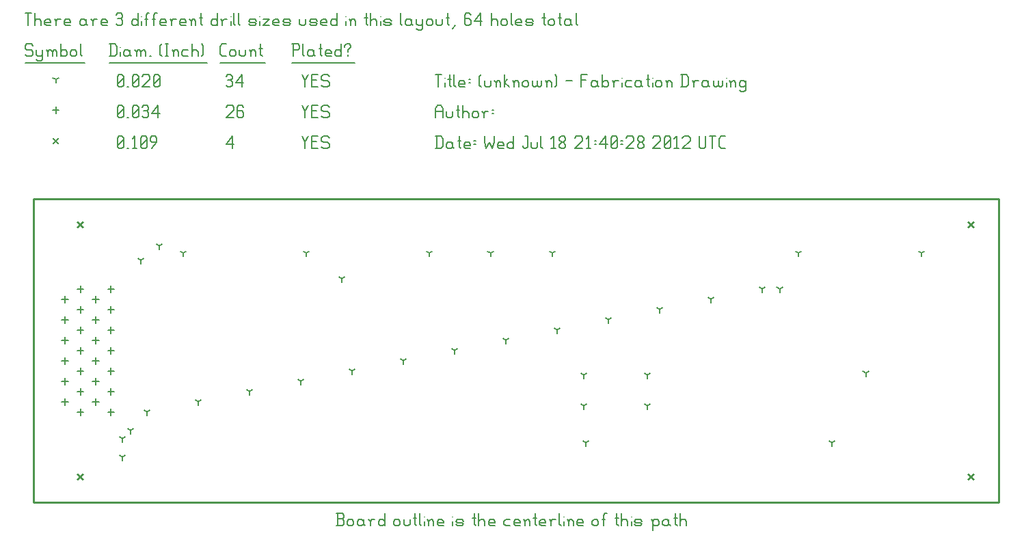
<source format=gbr>
G04 start of page 10 for group -3984 idx -3984 *
G04 Title: (unknown), fab *
G04 Creator: pcb 20110918 *
G04 CreationDate: Wed Jul 18 21:40:28 2012 UTC *
G04 For: fosse *
G04 Format: Gerber/RS-274X *
G04 PCB-Dimensions: 476000 152000 *
G04 PCB-Coordinate-Origin: lower left *
%MOIN*%
%FSLAX25Y25*%
%LNFAB*%
%ADD78C,0.0100*%
%ADD77C,0.0075*%
%ADD76C,0.0060*%
%ADD75C,0.0001*%
G54D75*G36*
X25800Y139262D02*X28766Y136296D01*
X28200Y135730D01*
X25234Y138696D01*
X25800Y139262D01*
G37*
G36*
X25234Y136296D02*X28200Y139262D01*
X28766Y138696D01*
X25800Y135730D01*
X25234Y136296D01*
G37*
G36*
X25800Y16270D02*X28766Y13304D01*
X28200Y12738D01*
X25234Y15704D01*
X25800Y16270D01*
G37*
G36*
X25234Y13304D02*X28200Y16270D01*
X28766Y15704D01*
X25800Y12738D01*
X25234Y13304D01*
G37*
G36*
X460183Y139262D02*X463149Y136296D01*
X462583Y135730D01*
X459617Y138696D01*
X460183Y139262D01*
G37*
G36*
X459617Y136296D02*X462583Y139262D01*
X463149Y138696D01*
X460183Y135730D01*
X459617Y136296D01*
G37*
G36*
X460183Y16270D02*X463149Y13304D01*
X462583Y12738D01*
X459617Y15704D01*
X460183Y16270D01*
G37*
G36*
X459617Y13304D02*X462583Y16270D01*
X463149Y15704D01*
X460183Y12738D01*
X459617Y13304D01*
G37*
G36*
X13800Y180016D02*X16766Y177050D01*
X16200Y176484D01*
X13234Y179450D01*
X13800Y180016D01*
G37*
G36*
X13234Y177050D02*X16200Y180016D01*
X16766Y179450D01*
X13800Y176484D01*
X13234Y177050D01*
G37*
G54D76*X135000Y180500D02*X136500Y177500D01*
X138000Y180500D01*
X136500Y177500D02*Y174500D01*
X139800Y177800D02*X142050D01*
X139800Y174500D02*X142800D01*
X139800Y180500D02*Y174500D01*
Y180500D02*X142800D01*
X147600D02*X148350Y179750D01*
X145350Y180500D02*X147600D01*
X144600Y179750D02*X145350Y180500D01*
X144600Y179750D02*Y178250D01*
X145350Y177500D01*
X147600D01*
X148350Y176750D01*
Y175250D01*
X147600Y174500D02*X148350Y175250D01*
X145350Y174500D02*X147600D01*
X144600Y175250D02*X145350Y174500D01*
X98000Y176750D02*X101000Y180500D01*
X98000Y176750D02*X101750D01*
X101000Y180500D02*Y174500D01*
X45000Y175250D02*X45750Y174500D01*
X45000Y179750D02*Y175250D01*
Y179750D02*X45750Y180500D01*
X47250D01*
X48000Y179750D01*
Y175250D01*
X47250Y174500D02*X48000Y175250D01*
X45750Y174500D02*X47250D01*
X45000Y176000D02*X48000Y179000D01*
X49800Y174500D02*X50550D01*
X52350Y179300D02*X53550Y180500D01*
Y174500D01*
X52350D02*X54600D01*
X56400Y175250D02*X57150Y174500D01*
X56400Y179750D02*Y175250D01*
Y179750D02*X57150Y180500D01*
X58650D01*
X59400Y179750D01*
Y175250D01*
X58650Y174500D02*X59400Y175250D01*
X57150Y174500D02*X58650D01*
X56400Y176000D02*X59400Y179000D01*
X61950Y174500D02*X64200Y177500D01*
Y179750D02*Y177500D01*
X63450Y180500D02*X64200Y179750D01*
X61950Y180500D02*X63450D01*
X61200Y179750D02*X61950Y180500D01*
X61200Y179750D02*Y178250D01*
X61950Y177500D01*
X64200D01*
X27000Y47600D02*Y44400D01*
X25400Y46000D02*X28600D01*
X41961Y47600D02*Y44400D01*
X40361Y46000D02*X43561D01*
X34480Y52600D02*Y49400D01*
X32880Y51000D02*X36080D01*
X19520Y52600D02*Y49400D01*
X17920Y51000D02*X21120D01*
X27000Y57600D02*Y54400D01*
X25400Y56000D02*X28600D01*
X41961Y57600D02*Y54400D01*
X40361Y56000D02*X43561D01*
X34480Y62600D02*Y59400D01*
X32880Y61000D02*X36080D01*
X19520Y62600D02*Y59400D01*
X17920Y61000D02*X21120D01*
X27000Y67600D02*Y64400D01*
X25400Y66000D02*X28600D01*
X41961Y67600D02*Y64400D01*
X40361Y66000D02*X43561D01*
X34480Y72600D02*Y69400D01*
X32880Y71000D02*X36080D01*
X19520Y72600D02*Y69400D01*
X17920Y71000D02*X21120D01*
X27000Y77600D02*Y74400D01*
X25400Y76000D02*X28600D01*
X41961Y77600D02*Y74400D01*
X40361Y76000D02*X43561D01*
X34480Y82600D02*Y79400D01*
X32880Y81000D02*X36080D01*
X19520Y82600D02*Y79400D01*
X17920Y81000D02*X21120D01*
X27000Y87600D02*Y84400D01*
X25400Y86000D02*X28600D01*
X41961Y87600D02*Y84400D01*
X40361Y86000D02*X43561D01*
X34480Y92600D02*Y89400D01*
X32880Y91000D02*X36080D01*
X19520Y92600D02*Y89400D01*
X17920Y91000D02*X21120D01*
X27000Y97600D02*Y94400D01*
X25400Y96000D02*X28600D01*
X41961Y97600D02*Y94400D01*
X40361Y96000D02*X43561D01*
X34480Y102600D02*Y99400D01*
X32880Y101000D02*X36080D01*
X19520Y102600D02*Y99400D01*
X17920Y101000D02*X21120D01*
X27000Y107600D02*Y104400D01*
X25400Y106000D02*X28600D01*
X41961Y107600D02*Y104400D01*
X40361Y106000D02*X43561D01*
X15000Y194850D02*Y191650D01*
X13400Y193250D02*X16600D01*
X135000Y195500D02*X136500Y192500D01*
X138000Y195500D01*
X136500Y192500D02*Y189500D01*
X139800Y192800D02*X142050D01*
X139800Y189500D02*X142800D01*
X139800Y195500D02*Y189500D01*
Y195500D02*X142800D01*
X147600D02*X148350Y194750D01*
X145350Y195500D02*X147600D01*
X144600Y194750D02*X145350Y195500D01*
X144600Y194750D02*Y193250D01*
X145350Y192500D01*
X147600D01*
X148350Y191750D01*
Y190250D01*
X147600Y189500D02*X148350Y190250D01*
X145350Y189500D02*X147600D01*
X144600Y190250D02*X145350Y189500D01*
X98000Y194750D02*X98750Y195500D01*
X101000D01*
X101750Y194750D01*
Y193250D01*
X98000Y189500D02*X101750Y193250D01*
X98000Y189500D02*X101750D01*
X105800Y195500D02*X106550Y194750D01*
X104300Y195500D02*X105800D01*
X103550Y194750D02*X104300Y195500D01*
X103550Y194750D02*Y190250D01*
X104300Y189500D01*
X105800Y192800D02*X106550Y192050D01*
X103550Y192800D02*X105800D01*
X104300Y189500D02*X105800D01*
X106550Y190250D01*
Y192050D02*Y190250D01*
X45000D02*X45750Y189500D01*
X45000Y194750D02*Y190250D01*
Y194750D02*X45750Y195500D01*
X47250D01*
X48000Y194750D01*
Y190250D01*
X47250Y189500D02*X48000Y190250D01*
X45750Y189500D02*X47250D01*
X45000Y191000D02*X48000Y194000D01*
X49800Y189500D02*X50550D01*
X52350Y190250D02*X53100Y189500D01*
X52350Y194750D02*Y190250D01*
Y194750D02*X53100Y195500D01*
X54600D01*
X55350Y194750D01*
Y190250D01*
X54600Y189500D02*X55350Y190250D01*
X53100Y189500D02*X54600D01*
X52350Y191000D02*X55350Y194000D01*
X57150Y194750D02*X57900Y195500D01*
X59400D01*
X60150Y194750D01*
X59400Y189500D02*X60150Y190250D01*
X57900Y189500D02*X59400D01*
X57150Y190250D02*X57900Y189500D01*
Y192800D02*X59400D01*
X60150Y194750D02*Y193550D01*
Y192050D02*Y190250D01*
Y192050D02*X59400Y192800D01*
X60150Y193550D02*X59400Y192800D01*
X61950Y191750D02*X64950Y195500D01*
X61950Y191750D02*X65700D01*
X64950Y195500D02*Y189500D01*
X65500Y127000D02*Y125400D01*
Y127000D02*X66887Y127800D01*
X65500Y127000D02*X64113Y127800D01*
X56500Y120000D02*Y118400D01*
Y120000D02*X57887Y120800D01*
X56500Y120000D02*X55113Y120800D01*
X77040Y123538D02*Y121938D01*
Y123538D02*X78427Y124338D01*
X77040Y123538D02*X75653Y124338D01*
X137040Y123538D02*Y121938D01*
Y123538D02*X138427Y124338D01*
X137040Y123538D02*X135653Y124338D01*
X197040Y123538D02*Y121938D01*
Y123538D02*X198427Y124338D01*
X197040Y123538D02*X195653Y124338D01*
X257040Y123538D02*Y121938D01*
Y123538D02*X258427Y124338D01*
X257040Y123538D02*X255653Y124338D01*
X227020Y123519D02*Y121919D01*
Y123519D02*X228407Y124319D01*
X227020Y123519D02*X225633Y124319D01*
X154501Y111000D02*Y109400D01*
Y111000D02*X155888Y111800D01*
X154501Y111000D02*X153114Y111800D01*
X359501Y106000D02*Y104400D01*
Y106000D02*X360888Y106800D01*
X359501Y106000D02*X358114Y106800D01*
X334500Y101000D02*Y99400D01*
Y101000D02*X335887Y101800D01*
X334500Y101000D02*X333113Y101800D01*
X309500Y96000D02*Y94400D01*
Y96000D02*X310887Y96800D01*
X309500Y96000D02*X308113Y96800D01*
X284500Y91000D02*Y89400D01*
Y91000D02*X285887Y91800D01*
X284500Y91000D02*X283113Y91800D01*
X259500Y86000D02*Y84400D01*
Y86000D02*X260887Y86800D01*
X259500Y86000D02*X258113Y86800D01*
X234500Y81000D02*Y79400D01*
Y81000D02*X235887Y81800D01*
X234500Y81000D02*X233113Y81800D01*
X209500Y76000D02*Y74400D01*
Y76000D02*X210887Y76800D01*
X209500Y76000D02*X208113Y76800D01*
X184500Y71000D02*Y69400D01*
Y71000D02*X185887Y71800D01*
X184500Y71000D02*X183113Y71800D01*
X159540Y66000D02*Y64400D01*
Y66000D02*X160927Y66800D01*
X159540Y66000D02*X158153Y66800D01*
X134500Y61000D02*Y59400D01*
Y61000D02*X135887Y61800D01*
X134500Y61000D02*X133113Y61800D01*
X109500Y56000D02*Y54400D01*
Y56000D02*X110887Y56800D01*
X109500Y56000D02*X108113Y56800D01*
X59499Y46000D02*Y44400D01*
Y46000D02*X60886Y46800D01*
X59499Y46000D02*X58112Y46800D01*
X84500Y51000D02*Y49400D01*
Y51000D02*X85887Y51800D01*
X84500Y51000D02*X83113Y51800D01*
X47501Y33000D02*Y31400D01*
Y33000D02*X48888Y33800D01*
X47501Y33000D02*X46114Y33800D01*
X51501Y37000D02*Y35400D01*
Y37000D02*X52888Y37800D01*
X51501Y37000D02*X50114Y37800D01*
X47501Y24000D02*Y22400D01*
Y24000D02*X48888Y24800D01*
X47501Y24000D02*X46114Y24800D01*
X393501Y31000D02*Y29400D01*
Y31000D02*X394888Y31800D01*
X393501Y31000D02*X392114Y31800D01*
X303501Y49000D02*Y47400D01*
Y49000D02*X304888Y49800D01*
X303501Y49000D02*X302114Y49800D01*
X303501Y64000D02*Y62400D01*
Y64000D02*X304888Y64800D01*
X303501Y64000D02*X302114Y64800D01*
X272501Y64000D02*Y62400D01*
Y64000D02*X273888Y64800D01*
X272501Y64000D02*X271114Y64800D01*
X272501Y49000D02*Y47400D01*
Y49000D02*X273888Y49800D01*
X272501Y49000D02*X271114Y49800D01*
X273501Y31000D02*Y29400D01*
Y31000D02*X274888Y31800D01*
X273501Y31000D02*X272114Y31800D01*
X437041Y123539D02*Y121939D01*
Y123539D02*X438428Y124339D01*
X437041Y123539D02*X435654Y124339D01*
X377040Y123538D02*Y121938D01*
Y123538D02*X378427Y124338D01*
X377040Y123538D02*X375654Y124338D01*
X368000Y106000D02*Y104400D01*
Y106000D02*X369387Y106800D01*
X368000Y106000D02*X366613Y106800D01*
X410000Y65000D02*Y63400D01*
Y65000D02*X411387Y65800D01*
X410000Y65000D02*X408613Y65800D01*
X15000Y208250D02*Y206650D01*
Y208250D02*X16387Y209050D01*
X15000Y208250D02*X13613Y209050D01*
X135000Y210500D02*X136500Y207500D01*
X138000Y210500D01*
X136500Y207500D02*Y204500D01*
X139800Y207800D02*X142050D01*
X139800Y204500D02*X142800D01*
X139800Y210500D02*Y204500D01*
Y210500D02*X142800D01*
X147600D02*X148350Y209750D01*
X145350Y210500D02*X147600D01*
X144600Y209750D02*X145350Y210500D01*
X144600Y209750D02*Y208250D01*
X145350Y207500D01*
X147600D01*
X148350Y206750D01*
Y205250D01*
X147600Y204500D02*X148350Y205250D01*
X145350Y204500D02*X147600D01*
X144600Y205250D02*X145350Y204500D01*
X98000Y209750D02*X98750Y210500D01*
X100250D01*
X101000Y209750D01*
X100250Y204500D02*X101000Y205250D01*
X98750Y204500D02*X100250D01*
X98000Y205250D02*X98750Y204500D01*
Y207800D02*X100250D01*
X101000Y209750D02*Y208550D01*
Y207050D02*Y205250D01*
Y207050D02*X100250Y207800D01*
X101000Y208550D02*X100250Y207800D01*
X102800Y206750D02*X105800Y210500D01*
X102800Y206750D02*X106550D01*
X105800Y210500D02*Y204500D01*
X45000Y205250D02*X45750Y204500D01*
X45000Y209750D02*Y205250D01*
Y209750D02*X45750Y210500D01*
X47250D01*
X48000Y209750D01*
Y205250D01*
X47250Y204500D02*X48000Y205250D01*
X45750Y204500D02*X47250D01*
X45000Y206000D02*X48000Y209000D01*
X49800Y204500D02*X50550D01*
X52350Y205250D02*X53100Y204500D01*
X52350Y209750D02*Y205250D01*
Y209750D02*X53100Y210500D01*
X54600D01*
X55350Y209750D01*
Y205250D01*
X54600Y204500D02*X55350Y205250D01*
X53100Y204500D02*X54600D01*
X52350Y206000D02*X55350Y209000D01*
X57150Y209750D02*X57900Y210500D01*
X60150D01*
X60900Y209750D01*
Y208250D01*
X57150Y204500D02*X60900Y208250D01*
X57150Y204500D02*X60900D01*
X62700Y205250D02*X63450Y204500D01*
X62700Y209750D02*Y205250D01*
Y209750D02*X63450Y210500D01*
X64950D01*
X65700Y209750D01*
Y205250D01*
X64950Y204500D02*X65700Y205250D01*
X63450Y204500D02*X64950D01*
X62700Y206000D02*X65700Y209000D01*
X3000Y225500D02*X3750Y224750D01*
X750Y225500D02*X3000D01*
X0Y224750D02*X750Y225500D01*
X0Y224750D02*Y223250D01*
X750Y222500D01*
X3000D01*
X3750Y221750D01*
Y220250D01*
X3000Y219500D02*X3750Y220250D01*
X750Y219500D02*X3000D01*
X0Y220250D02*X750Y219500D01*
X5550Y222500D02*Y220250D01*
X6300Y219500D01*
X8550Y222500D02*Y218000D01*
X7800Y217250D02*X8550Y218000D01*
X6300Y217250D02*X7800D01*
X5550Y218000D02*X6300Y217250D01*
Y219500D02*X7800D01*
X8550Y220250D01*
X11100Y221750D02*Y219500D01*
Y221750D02*X11850Y222500D01*
X12600D01*
X13350Y221750D01*
Y219500D01*
Y221750D02*X14100Y222500D01*
X14850D01*
X15600Y221750D01*
Y219500D01*
X10350Y222500D02*X11100Y221750D01*
X17400Y225500D02*Y219500D01*
Y220250D02*X18150Y219500D01*
X19650D01*
X20400Y220250D01*
Y221750D02*Y220250D01*
X19650Y222500D02*X20400Y221750D01*
X18150Y222500D02*X19650D01*
X17400Y221750D02*X18150Y222500D01*
X22200Y221750D02*Y220250D01*
Y221750D02*X22950Y222500D01*
X24450D01*
X25200Y221750D01*
Y220250D01*
X24450Y219500D02*X25200Y220250D01*
X22950Y219500D02*X24450D01*
X22200Y220250D02*X22950Y219500D01*
X27000Y225500D02*Y220250D01*
X27750Y219500D01*
X0Y216250D02*X29250D01*
X41750Y225500D02*Y219500D01*
X43700Y225500D02*X44750Y224450D01*
Y220550D01*
X43700Y219500D02*X44750Y220550D01*
X41000Y219500D02*X43700D01*
X41000Y225500D02*X43700D01*
G54D77*X46550Y224000D02*Y223850D01*
G54D76*Y221750D02*Y219500D01*
X50300Y222500D02*X51050Y221750D01*
X48800Y222500D02*X50300D01*
X48050Y221750D02*X48800Y222500D01*
X48050Y221750D02*Y220250D01*
X48800Y219500D01*
X51050Y222500D02*Y220250D01*
X51800Y219500D01*
X48800D02*X50300D01*
X51050Y220250D01*
X54350Y221750D02*Y219500D01*
Y221750D02*X55100Y222500D01*
X55850D01*
X56600Y221750D01*
Y219500D01*
Y221750D02*X57350Y222500D01*
X58100D01*
X58850Y221750D01*
Y219500D01*
X53600Y222500D02*X54350Y221750D01*
X60650Y219500D02*X61400D01*
X65900Y220250D02*X66650Y219500D01*
X65900Y224750D02*X66650Y225500D01*
X65900Y224750D02*Y220250D01*
X68450Y225500D02*X69950D01*
X69200D02*Y219500D01*
X68450D02*X69950D01*
X72500Y221750D02*Y219500D01*
Y221750D02*X73250Y222500D01*
X74000D01*
X74750Y221750D01*
Y219500D01*
X71750Y222500D02*X72500Y221750D01*
X77300Y222500D02*X79550D01*
X76550Y221750D02*X77300Y222500D01*
X76550Y221750D02*Y220250D01*
X77300Y219500D01*
X79550D01*
X81350Y225500D02*Y219500D01*
Y221750D02*X82100Y222500D01*
X83600D01*
X84350Y221750D01*
Y219500D01*
X86150Y225500D02*X86900Y224750D01*
Y220250D01*
X86150Y219500D02*X86900Y220250D01*
X41000Y216250D02*X88700D01*
X96050Y219500D02*X98000D01*
X95000Y220550D02*X96050Y219500D01*
X95000Y224450D02*Y220550D01*
Y224450D02*X96050Y225500D01*
X98000D01*
X99800Y221750D02*Y220250D01*
Y221750D02*X100550Y222500D01*
X102050D01*
X102800Y221750D01*
Y220250D01*
X102050Y219500D02*X102800Y220250D01*
X100550Y219500D02*X102050D01*
X99800Y220250D02*X100550Y219500D01*
X104600Y222500D02*Y220250D01*
X105350Y219500D01*
X106850D01*
X107600Y220250D01*
Y222500D02*Y220250D01*
X110150Y221750D02*Y219500D01*
Y221750D02*X110900Y222500D01*
X111650D01*
X112400Y221750D01*
Y219500D01*
X109400Y222500D02*X110150Y221750D01*
X114950Y225500D02*Y220250D01*
X115700Y219500D01*
X114200Y223250D02*X115700D01*
X95000Y216250D02*X117200D01*
X130750Y225500D02*Y219500D01*
X130000Y225500D02*X133000D01*
X133750Y224750D01*
Y223250D01*
X133000Y222500D02*X133750Y223250D01*
X130750Y222500D02*X133000D01*
X135550Y225500D02*Y220250D01*
X136300Y219500D01*
X140050Y222500D02*X140800Y221750D01*
X138550Y222500D02*X140050D01*
X137800Y221750D02*X138550Y222500D01*
X137800Y221750D02*Y220250D01*
X138550Y219500D01*
X140800Y222500D02*Y220250D01*
X141550Y219500D01*
X138550D02*X140050D01*
X140800Y220250D01*
X144100Y225500D02*Y220250D01*
X144850Y219500D01*
X143350Y223250D02*X144850D01*
X147100Y219500D02*X149350D01*
X146350Y220250D02*X147100Y219500D01*
X146350Y221750D02*Y220250D01*
Y221750D02*X147100Y222500D01*
X148600D01*
X149350Y221750D01*
X146350Y221000D02*X149350D01*
Y221750D02*Y221000D01*
X154150Y225500D02*Y219500D01*
X153400D02*X154150Y220250D01*
X151900Y219500D02*X153400D01*
X151150Y220250D02*X151900Y219500D01*
X151150Y221750D02*Y220250D01*
Y221750D02*X151900Y222500D01*
X153400D01*
X154150Y221750D01*
X157450Y222500D02*Y221750D01*
Y220250D02*Y219500D01*
X155950Y224750D02*Y224000D01*
Y224750D02*X156700Y225500D01*
X158200D01*
X158950Y224750D01*
Y224000D01*
X157450Y222500D02*X158950Y224000D01*
X130000Y216250D02*X160750D01*
X0Y240500D02*X3000D01*
X1500D02*Y234500D01*
X4800Y240500D02*Y234500D01*
Y236750D02*X5550Y237500D01*
X7050D01*
X7800Y236750D01*
Y234500D01*
X10350D02*X12600D01*
X9600Y235250D02*X10350Y234500D01*
X9600Y236750D02*Y235250D01*
Y236750D02*X10350Y237500D01*
X11850D01*
X12600Y236750D01*
X9600Y236000D02*X12600D01*
Y236750D02*Y236000D01*
X15150Y236750D02*Y234500D01*
Y236750D02*X15900Y237500D01*
X17400D01*
X14400D02*X15150Y236750D01*
X19950Y234500D02*X22200D01*
X19200Y235250D02*X19950Y234500D01*
X19200Y236750D02*Y235250D01*
Y236750D02*X19950Y237500D01*
X21450D01*
X22200Y236750D01*
X19200Y236000D02*X22200D01*
Y236750D02*Y236000D01*
X28950Y237500D02*X29700Y236750D01*
X27450Y237500D02*X28950D01*
X26700Y236750D02*X27450Y237500D01*
X26700Y236750D02*Y235250D01*
X27450Y234500D01*
X29700Y237500D02*Y235250D01*
X30450Y234500D01*
X27450D02*X28950D01*
X29700Y235250D01*
X33000Y236750D02*Y234500D01*
Y236750D02*X33750Y237500D01*
X35250D01*
X32250D02*X33000Y236750D01*
X37800Y234500D02*X40050D01*
X37050Y235250D02*X37800Y234500D01*
X37050Y236750D02*Y235250D01*
Y236750D02*X37800Y237500D01*
X39300D01*
X40050Y236750D01*
X37050Y236000D02*X40050D01*
Y236750D02*Y236000D01*
X44550Y239750D02*X45300Y240500D01*
X46800D01*
X47550Y239750D01*
X46800Y234500D02*X47550Y235250D01*
X45300Y234500D02*X46800D01*
X44550Y235250D02*X45300Y234500D01*
Y237800D02*X46800D01*
X47550Y239750D02*Y238550D01*
Y237050D02*Y235250D01*
Y237050D02*X46800Y237800D01*
X47550Y238550D02*X46800Y237800D01*
X55050Y240500D02*Y234500D01*
X54300D02*X55050Y235250D01*
X52800Y234500D02*X54300D01*
X52050Y235250D02*X52800Y234500D01*
X52050Y236750D02*Y235250D01*
Y236750D02*X52800Y237500D01*
X54300D01*
X55050Y236750D01*
G54D77*X56850Y239000D02*Y238850D01*
G54D76*Y236750D02*Y234500D01*
X59100Y239750D02*Y234500D01*
Y239750D02*X59850Y240500D01*
X60600D01*
X58350Y237500D02*X59850D01*
X62850Y239750D02*Y234500D01*
Y239750D02*X63600Y240500D01*
X64350D01*
X62100Y237500D02*X63600D01*
X66600Y234500D02*X68850D01*
X65850Y235250D02*X66600Y234500D01*
X65850Y236750D02*Y235250D01*
Y236750D02*X66600Y237500D01*
X68100D01*
X68850Y236750D01*
X65850Y236000D02*X68850D01*
Y236750D02*Y236000D01*
X71400Y236750D02*Y234500D01*
Y236750D02*X72150Y237500D01*
X73650D01*
X70650D02*X71400Y236750D01*
X76200Y234500D02*X78450D01*
X75450Y235250D02*X76200Y234500D01*
X75450Y236750D02*Y235250D01*
Y236750D02*X76200Y237500D01*
X77700D01*
X78450Y236750D01*
X75450Y236000D02*X78450D01*
Y236750D02*Y236000D01*
X81000Y236750D02*Y234500D01*
Y236750D02*X81750Y237500D01*
X82500D01*
X83250Y236750D01*
Y234500D01*
X80250Y237500D02*X81000Y236750D01*
X85800Y240500D02*Y235250D01*
X86550Y234500D01*
X85050Y238250D02*X86550D01*
X93750Y240500D02*Y234500D01*
X93000D02*X93750Y235250D01*
X91500Y234500D02*X93000D01*
X90750Y235250D02*X91500Y234500D01*
X90750Y236750D02*Y235250D01*
Y236750D02*X91500Y237500D01*
X93000D01*
X93750Y236750D01*
X96300D02*Y234500D01*
Y236750D02*X97050Y237500D01*
X98550D01*
X95550D02*X96300Y236750D01*
G54D77*X100350Y239000D02*Y238850D01*
G54D76*Y236750D02*Y234500D01*
X101850Y240500D02*Y235250D01*
X102600Y234500D01*
X104100Y240500D02*Y235250D01*
X104850Y234500D01*
X109800D02*X112050D01*
X112800Y235250D01*
X112050Y236000D02*X112800Y235250D01*
X109800Y236000D02*X112050D01*
X109050Y236750D02*X109800Y236000D01*
X109050Y236750D02*X109800Y237500D01*
X112050D01*
X112800Y236750D01*
X109050Y235250D02*X109800Y234500D01*
G54D77*X114600Y239000D02*Y238850D01*
G54D76*Y236750D02*Y234500D01*
X116100Y237500D02*X119100D01*
X116100Y234500D02*X119100Y237500D01*
X116100Y234500D02*X119100D01*
X121650D02*X123900D01*
X120900Y235250D02*X121650Y234500D01*
X120900Y236750D02*Y235250D01*
Y236750D02*X121650Y237500D01*
X123150D01*
X123900Y236750D01*
X120900Y236000D02*X123900D01*
Y236750D02*Y236000D01*
X126450Y234500D02*X128700D01*
X129450Y235250D01*
X128700Y236000D02*X129450Y235250D01*
X126450Y236000D02*X128700D01*
X125700Y236750D02*X126450Y236000D01*
X125700Y236750D02*X126450Y237500D01*
X128700D01*
X129450Y236750D01*
X125700Y235250D02*X126450Y234500D01*
X133950Y237500D02*Y235250D01*
X134700Y234500D01*
X136200D01*
X136950Y235250D01*
Y237500D02*Y235250D01*
X139500Y234500D02*X141750D01*
X142500Y235250D01*
X141750Y236000D02*X142500Y235250D01*
X139500Y236000D02*X141750D01*
X138750Y236750D02*X139500Y236000D01*
X138750Y236750D02*X139500Y237500D01*
X141750D01*
X142500Y236750D01*
X138750Y235250D02*X139500Y234500D01*
X145050D02*X147300D01*
X144300Y235250D02*X145050Y234500D01*
X144300Y236750D02*Y235250D01*
Y236750D02*X145050Y237500D01*
X146550D01*
X147300Y236750D01*
X144300Y236000D02*X147300D01*
Y236750D02*Y236000D01*
X152100Y240500D02*Y234500D01*
X151350D02*X152100Y235250D01*
X149850Y234500D02*X151350D01*
X149100Y235250D02*X149850Y234500D01*
X149100Y236750D02*Y235250D01*
Y236750D02*X149850Y237500D01*
X151350D01*
X152100Y236750D01*
G54D77*X156600Y239000D02*Y238850D01*
G54D76*Y236750D02*Y234500D01*
X158850Y236750D02*Y234500D01*
Y236750D02*X159600Y237500D01*
X160350D01*
X161100Y236750D01*
Y234500D01*
X158100Y237500D02*X158850Y236750D01*
X166350Y240500D02*Y235250D01*
X167100Y234500D01*
X165600Y238250D02*X167100D01*
X168600Y240500D02*Y234500D01*
Y236750D02*X169350Y237500D01*
X170850D01*
X171600Y236750D01*
Y234500D01*
G54D77*X173400Y239000D02*Y238850D01*
G54D76*Y236750D02*Y234500D01*
X175650D02*X177900D01*
X178650Y235250D01*
X177900Y236000D02*X178650Y235250D01*
X175650Y236000D02*X177900D01*
X174900Y236750D02*X175650Y236000D01*
X174900Y236750D02*X175650Y237500D01*
X177900D01*
X178650Y236750D01*
X174900Y235250D02*X175650Y234500D01*
X183150Y240500D02*Y235250D01*
X183900Y234500D01*
X187650Y237500D02*X188400Y236750D01*
X186150Y237500D02*X187650D01*
X185400Y236750D02*X186150Y237500D01*
X185400Y236750D02*Y235250D01*
X186150Y234500D01*
X188400Y237500D02*Y235250D01*
X189150Y234500D01*
X186150D02*X187650D01*
X188400Y235250D01*
X190950Y237500D02*Y235250D01*
X191700Y234500D01*
X193950Y237500D02*Y233000D01*
X193200Y232250D02*X193950Y233000D01*
X191700Y232250D02*X193200D01*
X190950Y233000D02*X191700Y232250D01*
Y234500D02*X193200D01*
X193950Y235250D01*
X195750Y236750D02*Y235250D01*
Y236750D02*X196500Y237500D01*
X198000D01*
X198750Y236750D01*
Y235250D01*
X198000Y234500D02*X198750Y235250D01*
X196500Y234500D02*X198000D01*
X195750Y235250D02*X196500Y234500D01*
X200550Y237500D02*Y235250D01*
X201300Y234500D01*
X202800D01*
X203550Y235250D01*
Y237500D02*Y235250D01*
X206100Y240500D02*Y235250D01*
X206850Y234500D01*
X205350Y238250D02*X206850D01*
X208350Y233000D02*X209850Y234500D01*
X216600Y240500D02*X217350Y239750D01*
X215100Y240500D02*X216600D01*
X214350Y239750D02*X215100Y240500D01*
X214350Y239750D02*Y235250D01*
X215100Y234500D01*
X216600Y237800D02*X217350Y237050D01*
X214350Y237800D02*X216600D01*
X215100Y234500D02*X216600D01*
X217350Y235250D01*
Y237050D02*Y235250D01*
X219150Y236750D02*X222150Y240500D01*
X219150Y236750D02*X222900D01*
X222150Y240500D02*Y234500D01*
X227400Y240500D02*Y234500D01*
Y236750D02*X228150Y237500D01*
X229650D01*
X230400Y236750D01*
Y234500D01*
X232200Y236750D02*Y235250D01*
Y236750D02*X232950Y237500D01*
X234450D01*
X235200Y236750D01*
Y235250D01*
X234450Y234500D02*X235200Y235250D01*
X232950Y234500D02*X234450D01*
X232200Y235250D02*X232950Y234500D01*
X237000Y240500D02*Y235250D01*
X237750Y234500D01*
X240000D02*X242250D01*
X239250Y235250D02*X240000Y234500D01*
X239250Y236750D02*Y235250D01*
Y236750D02*X240000Y237500D01*
X241500D01*
X242250Y236750D01*
X239250Y236000D02*X242250D01*
Y236750D02*Y236000D01*
X244800Y234500D02*X247050D01*
X247800Y235250D01*
X247050Y236000D02*X247800Y235250D01*
X244800Y236000D02*X247050D01*
X244050Y236750D02*X244800Y236000D01*
X244050Y236750D02*X244800Y237500D01*
X247050D01*
X247800Y236750D01*
X244050Y235250D02*X244800Y234500D01*
X253050Y240500D02*Y235250D01*
X253800Y234500D01*
X252300Y238250D02*X253800D01*
X255300Y236750D02*Y235250D01*
Y236750D02*X256050Y237500D01*
X257550D01*
X258300Y236750D01*
Y235250D01*
X257550Y234500D02*X258300Y235250D01*
X256050Y234500D02*X257550D01*
X255300Y235250D02*X256050Y234500D01*
X260850Y240500D02*Y235250D01*
X261600Y234500D01*
X260100Y238250D02*X261600D01*
X265350Y237500D02*X266100Y236750D01*
X263850Y237500D02*X265350D01*
X263100Y236750D02*X263850Y237500D01*
X263100Y236750D02*Y235250D01*
X263850Y234500D01*
X266100Y237500D02*Y235250D01*
X266850Y234500D01*
X263850D02*X265350D01*
X266100Y235250D01*
X268650Y240500D02*Y235250D01*
X269400Y234500D01*
G54D78*X4164Y150000D02*Y2000D01*
X474662D01*
X4164Y150000D02*X474662D01*
Y2000D01*
G54D76*X151675Y-9500D02*X154675D01*
X155425Y-8750D01*
Y-6950D02*Y-8750D01*
X154675Y-6200D02*X155425Y-6950D01*
X152425Y-6200D02*X154675D01*
X152425Y-3500D02*Y-9500D01*
X151675Y-3500D02*X154675D01*
X155425Y-4250D01*
Y-5450D01*
X154675Y-6200D02*X155425Y-5450D01*
X157225Y-7250D02*Y-8750D01*
Y-7250D02*X157975Y-6500D01*
X159475D01*
X160225Y-7250D01*
Y-8750D01*
X159475Y-9500D02*X160225Y-8750D01*
X157975Y-9500D02*X159475D01*
X157225Y-8750D02*X157975Y-9500D01*
X164275Y-6500D02*X165025Y-7250D01*
X162775Y-6500D02*X164275D01*
X162025Y-7250D02*X162775Y-6500D01*
X162025Y-7250D02*Y-8750D01*
X162775Y-9500D01*
X165025Y-6500D02*Y-8750D01*
X165775Y-9500D01*
X162775D02*X164275D01*
X165025Y-8750D01*
X168325Y-7250D02*Y-9500D01*
Y-7250D02*X169075Y-6500D01*
X170575D01*
X167575D02*X168325Y-7250D01*
X175375Y-3500D02*Y-9500D01*
X174625D02*X175375Y-8750D01*
X173125Y-9500D02*X174625D01*
X172375Y-8750D02*X173125Y-9500D01*
X172375Y-7250D02*Y-8750D01*
Y-7250D02*X173125Y-6500D01*
X174625D01*
X175375Y-7250D01*
X179875D02*Y-8750D01*
Y-7250D02*X180625Y-6500D01*
X182125D01*
X182875Y-7250D01*
Y-8750D01*
X182125Y-9500D02*X182875Y-8750D01*
X180625Y-9500D02*X182125D01*
X179875Y-8750D02*X180625Y-9500D01*
X184675Y-6500D02*Y-8750D01*
X185425Y-9500D01*
X186925D01*
X187675Y-8750D01*
Y-6500D02*Y-8750D01*
X190225Y-3500D02*Y-8750D01*
X190975Y-9500D01*
X189475Y-5750D02*X190975D01*
X192475Y-3500D02*Y-8750D01*
X193225Y-9500D01*
G54D77*X194725Y-5000D02*Y-5150D01*
G54D76*Y-7250D02*Y-9500D01*
X196975Y-7250D02*Y-9500D01*
Y-7250D02*X197725Y-6500D01*
X198475D01*
X199225Y-7250D01*
Y-9500D01*
X196225Y-6500D02*X196975Y-7250D01*
X201775Y-9500D02*X204025D01*
X201025Y-8750D02*X201775Y-9500D01*
X201025Y-7250D02*Y-8750D01*
Y-7250D02*X201775Y-6500D01*
X203275D01*
X204025Y-7250D01*
X201025Y-8000D02*X204025D01*
Y-7250D02*Y-8000D01*
G54D77*X208525Y-5000D02*Y-5150D01*
G54D76*Y-7250D02*Y-9500D01*
X210775D02*X213025D01*
X213775Y-8750D01*
X213025Y-8000D02*X213775Y-8750D01*
X210775Y-8000D02*X213025D01*
X210025Y-7250D02*X210775Y-8000D01*
X210025Y-7250D02*X210775Y-6500D01*
X213025D01*
X213775Y-7250D01*
X210025Y-8750D02*X210775Y-9500D01*
X219025Y-3500D02*Y-8750D01*
X219775Y-9500D01*
X218275Y-5750D02*X219775D01*
X221275Y-3500D02*Y-9500D01*
Y-7250D02*X222025Y-6500D01*
X223525D01*
X224275Y-7250D01*
Y-9500D01*
X226825D02*X229075D01*
X226075Y-8750D02*X226825Y-9500D01*
X226075Y-7250D02*Y-8750D01*
Y-7250D02*X226825Y-6500D01*
X228325D01*
X229075Y-7250D01*
X226075Y-8000D02*X229075D01*
Y-7250D02*Y-8000D01*
X234325Y-6500D02*X236575D01*
X233575Y-7250D02*X234325Y-6500D01*
X233575Y-7250D02*Y-8750D01*
X234325Y-9500D01*
X236575D01*
X239125D02*X241375D01*
X238375Y-8750D02*X239125Y-9500D01*
X238375Y-7250D02*Y-8750D01*
Y-7250D02*X239125Y-6500D01*
X240625D01*
X241375Y-7250D01*
X238375Y-8000D02*X241375D01*
Y-7250D02*Y-8000D01*
X243925Y-7250D02*Y-9500D01*
Y-7250D02*X244675Y-6500D01*
X245425D01*
X246175Y-7250D01*
Y-9500D01*
X243175Y-6500D02*X243925Y-7250D01*
X248725Y-3500D02*Y-8750D01*
X249475Y-9500D01*
X247975Y-5750D02*X249475D01*
X251725Y-9500D02*X253975D01*
X250975Y-8750D02*X251725Y-9500D01*
X250975Y-7250D02*Y-8750D01*
Y-7250D02*X251725Y-6500D01*
X253225D01*
X253975Y-7250D01*
X250975Y-8000D02*X253975D01*
Y-7250D02*Y-8000D01*
X256525Y-7250D02*Y-9500D01*
Y-7250D02*X257275Y-6500D01*
X258775D01*
X255775D02*X256525Y-7250D01*
X260575Y-3500D02*Y-8750D01*
X261325Y-9500D01*
G54D77*X262825Y-5000D02*Y-5150D01*
G54D76*Y-7250D02*Y-9500D01*
X265075Y-7250D02*Y-9500D01*
Y-7250D02*X265825Y-6500D01*
X266575D01*
X267325Y-7250D01*
Y-9500D01*
X264325Y-6500D02*X265075Y-7250D01*
X269875Y-9500D02*X272125D01*
X269125Y-8750D02*X269875Y-9500D01*
X269125Y-7250D02*Y-8750D01*
Y-7250D02*X269875Y-6500D01*
X271375D01*
X272125Y-7250D01*
X269125Y-8000D02*X272125D01*
Y-7250D02*Y-8000D01*
X276625Y-7250D02*Y-8750D01*
Y-7250D02*X277375Y-6500D01*
X278875D01*
X279625Y-7250D01*
Y-8750D01*
X278875Y-9500D02*X279625Y-8750D01*
X277375Y-9500D02*X278875D01*
X276625Y-8750D02*X277375Y-9500D01*
X282175Y-4250D02*Y-9500D01*
Y-4250D02*X282925Y-3500D01*
X283675D01*
X281425Y-6500D02*X282925D01*
X288625Y-3500D02*Y-8750D01*
X289375Y-9500D01*
X287875Y-5750D02*X289375D01*
X290875Y-3500D02*Y-9500D01*
Y-7250D02*X291625Y-6500D01*
X293125D01*
X293875Y-7250D01*
Y-9500D01*
G54D77*X295675Y-5000D02*Y-5150D01*
G54D76*Y-7250D02*Y-9500D01*
X297925D02*X300175D01*
X300925Y-8750D01*
X300175Y-8000D02*X300925Y-8750D01*
X297925Y-8000D02*X300175D01*
X297175Y-7250D02*X297925Y-8000D01*
X297175Y-7250D02*X297925Y-6500D01*
X300175D01*
X300925Y-7250D01*
X297175Y-8750D02*X297925Y-9500D01*
X306175Y-7250D02*Y-11750D01*
X305425Y-6500D02*X306175Y-7250D01*
X306925Y-6500D01*
X308425D01*
X309175Y-7250D01*
Y-8750D01*
X308425Y-9500D02*X309175Y-8750D01*
X306925Y-9500D02*X308425D01*
X306175Y-8750D02*X306925Y-9500D01*
X313225Y-6500D02*X313975Y-7250D01*
X311725Y-6500D02*X313225D01*
X310975Y-7250D02*X311725Y-6500D01*
X310975Y-7250D02*Y-8750D01*
X311725Y-9500D01*
X313975Y-6500D02*Y-8750D01*
X314725Y-9500D01*
X311725D02*X313225D01*
X313975Y-8750D01*
X317275Y-3500D02*Y-8750D01*
X318025Y-9500D01*
X316525Y-5750D02*X318025D01*
X319525Y-3500D02*Y-9500D01*
Y-7250D02*X320275Y-6500D01*
X321775D01*
X322525Y-7250D01*
Y-9500D01*
X200750Y180500D02*Y174500D01*
X202700Y180500D02*X203750Y179450D01*
Y175550D01*
X202700Y174500D02*X203750Y175550D01*
X200000Y174500D02*X202700D01*
X200000Y180500D02*X202700D01*
X207800Y177500D02*X208550Y176750D01*
X206300Y177500D02*X207800D01*
X205550Y176750D02*X206300Y177500D01*
X205550Y176750D02*Y175250D01*
X206300Y174500D01*
X208550Y177500D02*Y175250D01*
X209300Y174500D01*
X206300D02*X207800D01*
X208550Y175250D01*
X211850Y180500D02*Y175250D01*
X212600Y174500D01*
X211100Y178250D02*X212600D01*
X214850Y174500D02*X217100D01*
X214100Y175250D02*X214850Y174500D01*
X214100Y176750D02*Y175250D01*
Y176750D02*X214850Y177500D01*
X216350D01*
X217100Y176750D01*
X214100Y176000D02*X217100D01*
Y176750D02*Y176000D01*
X218900Y178250D02*X219650D01*
X218900Y176750D02*X219650D01*
X224150Y180500D02*Y177500D01*
X224900Y174500D01*
X226400Y177500D01*
X227900Y174500D01*
X228650Y177500D01*
Y180500D02*Y177500D01*
X231200Y174500D02*X233450D01*
X230450Y175250D02*X231200Y174500D01*
X230450Y176750D02*Y175250D01*
Y176750D02*X231200Y177500D01*
X232700D01*
X233450Y176750D01*
X230450Y176000D02*X233450D01*
Y176750D02*Y176000D01*
X238250Y180500D02*Y174500D01*
X237500D02*X238250Y175250D01*
X236000Y174500D02*X237500D01*
X235250Y175250D02*X236000Y174500D01*
X235250Y176750D02*Y175250D01*
Y176750D02*X236000Y177500D01*
X237500D01*
X238250Y176750D01*
X243800Y180500D02*X245000D01*
Y175250D01*
X244250Y174500D02*X245000Y175250D01*
X243500Y174500D02*X244250D01*
X242750Y175250D02*X243500Y174500D01*
X242750Y176000D02*Y175250D01*
X246800Y177500D02*Y175250D01*
X247550Y174500D01*
X249050D01*
X249800Y175250D01*
Y177500D02*Y175250D01*
X251600Y180500D02*Y175250D01*
X252350Y174500D01*
X256550Y179300D02*X257750Y180500D01*
Y174500D01*
X256550D02*X258800D01*
X260600Y175250D02*X261350Y174500D01*
X260600Y176450D02*Y175250D01*
Y176450D02*X261650Y177500D01*
X262550D01*
X263600Y176450D01*
Y175250D01*
X262850Y174500D02*X263600Y175250D01*
X261350Y174500D02*X262850D01*
X260600Y178550D02*X261650Y177500D01*
X260600Y179750D02*Y178550D01*
Y179750D02*X261350Y180500D01*
X262850D01*
X263600Y179750D01*
Y178550D01*
X262550Y177500D02*X263600Y178550D01*
X268100Y179750D02*X268850Y180500D01*
X271100D01*
X271850Y179750D01*
Y178250D01*
X268100Y174500D02*X271850Y178250D01*
X268100Y174500D02*X271850D01*
X273650Y179300D02*X274850Y180500D01*
Y174500D01*
X273650D02*X275900D01*
X277700Y178250D02*X278450D01*
X277700Y176750D02*X278450D01*
X280250D02*X283250Y180500D01*
X280250Y176750D02*X284000D01*
X283250Y180500D02*Y174500D01*
X285800Y175250D02*X286550Y174500D01*
X285800Y179750D02*Y175250D01*
Y179750D02*X286550Y180500D01*
X288050D01*
X288800Y179750D01*
Y175250D01*
X288050Y174500D02*X288800Y175250D01*
X286550Y174500D02*X288050D01*
X285800Y176000D02*X288800Y179000D01*
X290600Y178250D02*X291350D01*
X290600Y176750D02*X291350D01*
X293150Y179750D02*X293900Y180500D01*
X296150D01*
X296900Y179750D01*
Y178250D01*
X293150Y174500D02*X296900Y178250D01*
X293150Y174500D02*X296900D01*
X298700Y175250D02*X299450Y174500D01*
X298700Y176450D02*Y175250D01*
Y176450D02*X299750Y177500D01*
X300650D01*
X301700Y176450D01*
Y175250D01*
X300950Y174500D02*X301700Y175250D01*
X299450Y174500D02*X300950D01*
X298700Y178550D02*X299750Y177500D01*
X298700Y179750D02*Y178550D01*
Y179750D02*X299450Y180500D01*
X300950D01*
X301700Y179750D01*
Y178550D01*
X300650Y177500D02*X301700Y178550D01*
X306200Y179750D02*X306950Y180500D01*
X309200D01*
X309950Y179750D01*
Y178250D01*
X306200Y174500D02*X309950Y178250D01*
X306200Y174500D02*X309950D01*
X311750Y175250D02*X312500Y174500D01*
X311750Y179750D02*Y175250D01*
Y179750D02*X312500Y180500D01*
X314000D01*
X314750Y179750D01*
Y175250D01*
X314000Y174500D02*X314750Y175250D01*
X312500Y174500D02*X314000D01*
X311750Y176000D02*X314750Y179000D01*
X316550Y179300D02*X317750Y180500D01*
Y174500D01*
X316550D02*X318800D01*
X320600Y179750D02*X321350Y180500D01*
X323600D01*
X324350Y179750D01*
Y178250D01*
X320600Y174500D02*X324350Y178250D01*
X320600Y174500D02*X324350D01*
X328850Y180500D02*Y175250D01*
X329600Y174500D01*
X331100D01*
X331850Y175250D01*
Y180500D02*Y175250D01*
X333650Y180500D02*X336650D01*
X335150D02*Y174500D01*
X339500D02*X341450D01*
X338450Y175550D02*X339500Y174500D01*
X338450Y179450D02*Y175550D01*
Y179450D02*X339500Y180500D01*
X341450D01*
X200000Y194000D02*Y189500D01*
Y194000D02*X201050Y195500D01*
X202700D01*
X203750Y194000D01*
Y189500D01*
X200000Y192500D02*X203750D01*
X205550D02*Y190250D01*
X206300Y189500D01*
X207800D01*
X208550Y190250D01*
Y192500D02*Y190250D01*
X211100Y195500D02*Y190250D01*
X211850Y189500D01*
X210350Y193250D02*X211850D01*
X213350Y195500D02*Y189500D01*
Y191750D02*X214100Y192500D01*
X215600D01*
X216350Y191750D01*
Y189500D01*
X218150Y191750D02*Y190250D01*
Y191750D02*X218900Y192500D01*
X220400D01*
X221150Y191750D01*
Y190250D01*
X220400Y189500D02*X221150Y190250D01*
X218900Y189500D02*X220400D01*
X218150Y190250D02*X218900Y189500D01*
X223700Y191750D02*Y189500D01*
Y191750D02*X224450Y192500D01*
X225950D01*
X222950D02*X223700Y191750D01*
X227750Y193250D02*X228500D01*
X227750Y191750D02*X228500D01*
X200000Y210500D02*X203000D01*
X201500D02*Y204500D01*
G54D77*X204800Y209000D02*Y208850D01*
G54D76*Y206750D02*Y204500D01*
X207050Y210500D02*Y205250D01*
X207800Y204500D01*
X206300Y208250D02*X207800D01*
X209300Y210500D02*Y205250D01*
X210050Y204500D01*
X212300D02*X214550D01*
X211550Y205250D02*X212300Y204500D01*
X211550Y206750D02*Y205250D01*
Y206750D02*X212300Y207500D01*
X213800D01*
X214550Y206750D01*
X211550Y206000D02*X214550D01*
Y206750D02*Y206000D01*
X216350Y208250D02*X217100D01*
X216350Y206750D02*X217100D01*
X221600Y205250D02*X222350Y204500D01*
X221600Y209750D02*X222350Y210500D01*
X221600Y209750D02*Y205250D01*
X224150Y207500D02*Y205250D01*
X224900Y204500D01*
X226400D01*
X227150Y205250D01*
Y207500D02*Y205250D01*
X229700Y206750D02*Y204500D01*
Y206750D02*X230450Y207500D01*
X231200D01*
X231950Y206750D01*
Y204500D01*
X228950Y207500D02*X229700Y206750D01*
X233750Y210500D02*Y204500D01*
Y206750D02*X236000Y204500D01*
X233750Y206750D02*X235250Y208250D01*
X238550Y206750D02*Y204500D01*
Y206750D02*X239300Y207500D01*
X240050D01*
X240800Y206750D01*
Y204500D01*
X237800Y207500D02*X238550Y206750D01*
X242600D02*Y205250D01*
Y206750D02*X243350Y207500D01*
X244850D01*
X245600Y206750D01*
Y205250D01*
X244850Y204500D02*X245600Y205250D01*
X243350Y204500D02*X244850D01*
X242600Y205250D02*X243350Y204500D01*
X247400Y207500D02*Y205250D01*
X248150Y204500D01*
X248900D01*
X249650Y205250D01*
Y207500D02*Y205250D01*
X250400Y204500D01*
X251150D01*
X251900Y205250D01*
Y207500D02*Y205250D01*
X254450Y206750D02*Y204500D01*
Y206750D02*X255200Y207500D01*
X255950D01*
X256700Y206750D01*
Y204500D01*
X253700Y207500D02*X254450Y206750D01*
X258500Y210500D02*X259250Y209750D01*
Y205250D01*
X258500Y204500D02*X259250Y205250D01*
X263750Y207500D02*X266750D01*
X271250Y210500D02*Y204500D01*
Y210500D02*X274250D01*
X271250Y207800D02*X273500D01*
X278300Y207500D02*X279050Y206750D01*
X276800Y207500D02*X278300D01*
X276050Y206750D02*X276800Y207500D01*
X276050Y206750D02*Y205250D01*
X276800Y204500D01*
X279050Y207500D02*Y205250D01*
X279800Y204500D01*
X276800D02*X278300D01*
X279050Y205250D01*
X281600Y210500D02*Y204500D01*
Y205250D02*X282350Y204500D01*
X283850D01*
X284600Y205250D01*
Y206750D02*Y205250D01*
X283850Y207500D02*X284600Y206750D01*
X282350Y207500D02*X283850D01*
X281600Y206750D02*X282350Y207500D01*
X287150Y206750D02*Y204500D01*
Y206750D02*X287900Y207500D01*
X289400D01*
X286400D02*X287150Y206750D01*
G54D77*X291200Y209000D02*Y208850D01*
G54D76*Y206750D02*Y204500D01*
X293450Y207500D02*X295700D01*
X292700Y206750D02*X293450Y207500D01*
X292700Y206750D02*Y205250D01*
X293450Y204500D01*
X295700D01*
X299750Y207500D02*X300500Y206750D01*
X298250Y207500D02*X299750D01*
X297500Y206750D02*X298250Y207500D01*
X297500Y206750D02*Y205250D01*
X298250Y204500D01*
X300500Y207500D02*Y205250D01*
X301250Y204500D01*
X298250D02*X299750D01*
X300500Y205250D01*
X303800Y210500D02*Y205250D01*
X304550Y204500D01*
X303050Y208250D02*X304550D01*
G54D77*X306050Y209000D02*Y208850D01*
G54D76*Y206750D02*Y204500D01*
X307550Y206750D02*Y205250D01*
Y206750D02*X308300Y207500D01*
X309800D01*
X310550Y206750D01*
Y205250D01*
X309800Y204500D02*X310550Y205250D01*
X308300Y204500D02*X309800D01*
X307550Y205250D02*X308300Y204500D01*
X313100Y206750D02*Y204500D01*
Y206750D02*X313850Y207500D01*
X314600D01*
X315350Y206750D01*
Y204500D01*
X312350Y207500D02*X313100Y206750D01*
X320600Y210500D02*Y204500D01*
X322550Y210500D02*X323600Y209450D01*
Y205550D01*
X322550Y204500D02*X323600Y205550D01*
X319850Y204500D02*X322550D01*
X319850Y210500D02*X322550D01*
X326150Y206750D02*Y204500D01*
Y206750D02*X326900Y207500D01*
X328400D01*
X325400D02*X326150Y206750D01*
X332450Y207500D02*X333200Y206750D01*
X330950Y207500D02*X332450D01*
X330200Y206750D02*X330950Y207500D01*
X330200Y206750D02*Y205250D01*
X330950Y204500D01*
X333200Y207500D02*Y205250D01*
X333950Y204500D01*
X330950D02*X332450D01*
X333200Y205250D01*
X335750Y207500D02*Y205250D01*
X336500Y204500D01*
X337250D01*
X338000Y205250D01*
Y207500D02*Y205250D01*
X338750Y204500D01*
X339500D01*
X340250Y205250D01*
Y207500D02*Y205250D01*
G54D77*X342050Y209000D02*Y208850D01*
G54D76*Y206750D02*Y204500D01*
X344300Y206750D02*Y204500D01*
Y206750D02*X345050Y207500D01*
X345800D01*
X346550Y206750D01*
Y204500D01*
X343550Y207500D02*X344300Y206750D01*
X350600Y207500D02*X351350Y206750D01*
X349100Y207500D02*X350600D01*
X348350Y206750D02*X349100Y207500D01*
X348350Y206750D02*Y205250D01*
X349100Y204500D01*
X350600D01*
X351350Y205250D01*
X348350Y203000D02*X349100Y202250D01*
X350600D01*
X351350Y203000D01*
Y207500D02*Y203000D01*
M02*

</source>
